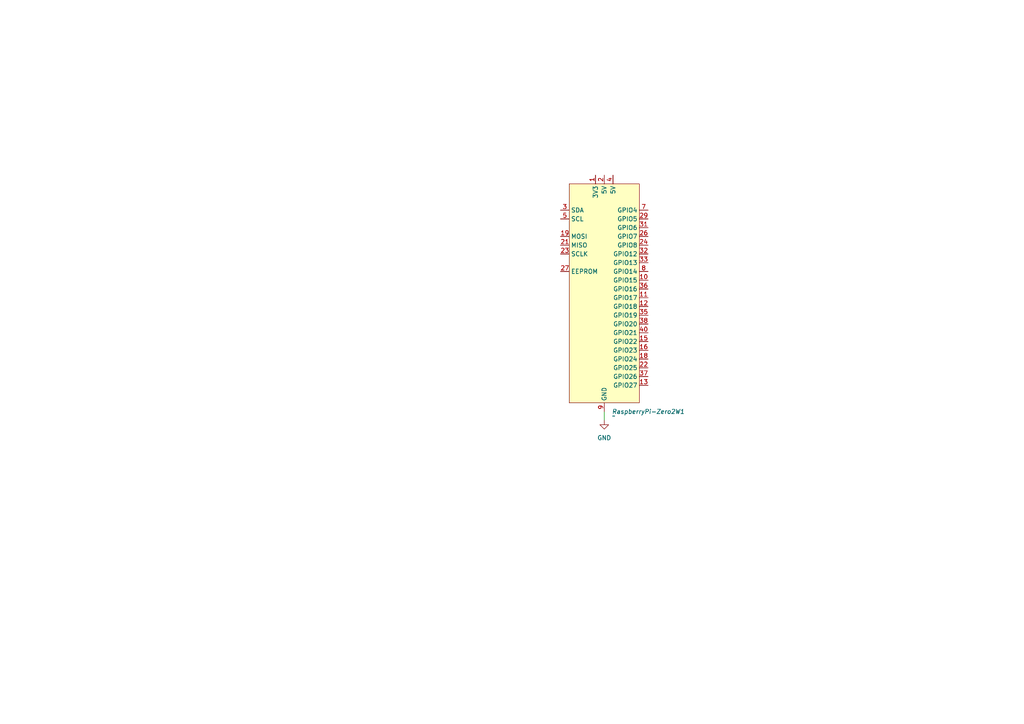
<source format=kicad_sch>
(kicad_sch (version 20231120) (generator "eeschema") (generator_version "8.0")
  (paper "A4")
  (lib_symbols
    (symbol "Alexander KiCad Libraries:BRD_RPI-Zero-2W"
      (property "Reference" "RaspberryPi-Zero2W" (at 0 12.192 0))
      (symbol "BRD_RPI-Zero-2W_0_0"
        (pin power_in line (at 2.54 0 270) (length 2.54) (name "3V3") (number "1"))
        (pin bidirectional line (at 17.78 -30.48 180) (length 2.54) (name "GPIO15") (number "10"))
        (pin bidirectional line (at 17.78 -35.56 180) (length 2.54) (name "GPIO17") (number "11"))
        (pin bidirectional line (at 17.78 -38.1 180) (length 2.54) (name "GPIO18") (number "12"))
        (pin bidirectional line (at 17.78 -60.96 180) (length 2.54) (name "GPIO27") (number "13"))
        (pin power_out line (at 5.08 -68.58 90) (length 2.54) hide (name "GND") (number "14"))
        (pin bidirectional line (at 17.78 -48.26 180) (length 2.54) (name "GPIO22") (number "15"))
        (pin bidirectional line (at 17.78 -50.8 180) (length 2.54) (name "GPIO23") (number "16"))
        (pin bidirectional line (at 17.78 -53.34 180) (length 2.54) (name "GPIO24") (number "18"))
        (pin bidirectional line (at -7.62 -17.78 0) (length 2.54) (name "MOSI") (number "19"))
        (pin power_in line (at 5.08 0 270) (length 2.54) (name "5V") (number "2"))
        (pin power_out line (at 5.08 -68.58 90) (length 2.54) hide (name "GND") (number "20"))
        (pin bidirectional line (at -7.62 -20.32 0) (length 2.54) (name "MISO") (number "21"))
        (pin bidirectional line (at 17.78 -55.88 180) (length 2.54) (name "GPIO25") (number "22"))
        (pin bidirectional line (at -7.62 -22.86 0) (length 2.54) (name "SCLK") (number "23"))
        (pin bidirectional line (at 17.78 -20.32 180) (length 2.54) (name "GPIO8") (number "24"))
        (pin power_out line (at 5.08 -68.58 90) (length 2.54) hide (name "GND") (number "25"))
        (pin bidirectional line (at 17.78 -17.78 180) (length 2.54) (name "GPIO7") (number "26"))
        (pin bidirectional line (at -7.62 -27.94 0) (length 2.54) (name "EEPROM") (number "27"))
        (pin bidirectional line (at 17.78 -12.7 180) (length 2.54) (name "GPIO5") (number "29"))
        (pin bidirectional line (at -7.62 -10.16 0) (length 2.54) (name "SDA") (number "3"))
        (pin power_out line (at 5.08 -68.58 90) (length 2.54) hide (name "GND") (number "30"))
        (pin bidirectional line (at 17.78 -15.24 180) (length 2.54) (name "GPIO6") (number "31"))
        (pin bidirectional line (at 17.78 -22.86 180) (length 2.54) (name "GPIO12") (number "32"))
        (pin bidirectional line (at 17.78 -25.4 180) (length 2.54) (name "GPIO13") (number "33"))
        (pin power_out line (at 5.08 -68.58 90) (length 2.54) hide (name "GND") (number "34"))
        (pin bidirectional line (at 17.78 -40.64 180) (length 2.54) (name "GPIO19") (number "35"))
        (pin bidirectional line (at 17.78 -33.02 180) (length 2.54) (name "GPIO16") (number "36"))
        (pin bidirectional line (at 17.78 -58.42 180) (length 2.54) (name "GPIO26") (number "37"))
        (pin bidirectional line (at 17.78 -43.18 180) (length 2.54) (name "GPIO20") (number "38"))
        (pin power_out line (at 5.08 -68.58 90) (length 2.54) hide (name "GND") (number "39"))
        (pin power_in line (at 7.62 0 270) (length 2.54) (name "5V") (number "4"))
        (pin bidirectional line (at 17.78 -45.72 180) (length 2.54) (name "GPIO21") (number "40"))
        (pin bidirectional line (at -7.62 -12.7 0) (length 2.54) (name "SCL") (number "5"))
        (pin bidirectional line (at 17.78 -10.16 180) (length 2.54) (name "GPIO4") (number "7"))
        (pin bidirectional line (at 17.78 -27.94 180) (length 2.54) (name "GPIO14") (number "8"))
        (pin power_out line (at 5.08 -68.58 90) (length 2.54) (name "GND") (number "9"))
      )
      (symbol "BRD_RPI-Zero-2W_0_1"
        (rectangle (start -5.08 -2.54) (end 15.24 -66.04) (fill (type background)))
      )
    )
    (symbol "power:GND" (power) (pin_numbers hide) (pin_names (offset 0) hide)
      (property "Value" "GND" (at 0 -3.81 0))
      (symbol "GND_0_1"
        (polyline (pts (xy 0 0) (xy 0 -1.27) (xy 1.27 -1.27) (xy 0 -2.54) (xy -1.27 -1.27) (xy 0 -1.27)))
      )
      (symbol "GND_1_1"
        (pin power_in line (at 0 0 270) (length 0) (name "~") (number "1"))
      )
    )
  )
  (wire (pts (xy 175.26 119.38) (xy 175.26 121.92)))
  (symbol (lib_id "Alexander KiCad Libraries:BRD_RPI-Zero-2W") (at 170.18 50.8 0) (unit 1)
    (property "Reference" "RaspberryPi-Zero2W1" (at 177.4541 119.38 0) (effects (font (italic yes)) (justify left)))
    (property "Value" "~" (at 177.4541 120.65 0) (effects (justify left)))
    (property "Footprint" "Alexander Footprint Library:RaspberryPiZero2W" (effects (hide yes)))
    (property "Description" "Raspberry Pi Zero 2 W" (effects (hide yes)))
  )
  (symbol (lib_id "power:GND") (at 175.26 121.92 0) (unit 1)
    (property "Reference" "#PWR01" (effects (hide yes)))
    (property "Value" "GND" (at 175.26 127 0))
    (property "Description" "Power symbol creates a global label with name \"GND\" , ground" (effects (hide yes)))
  )
)
</source>
